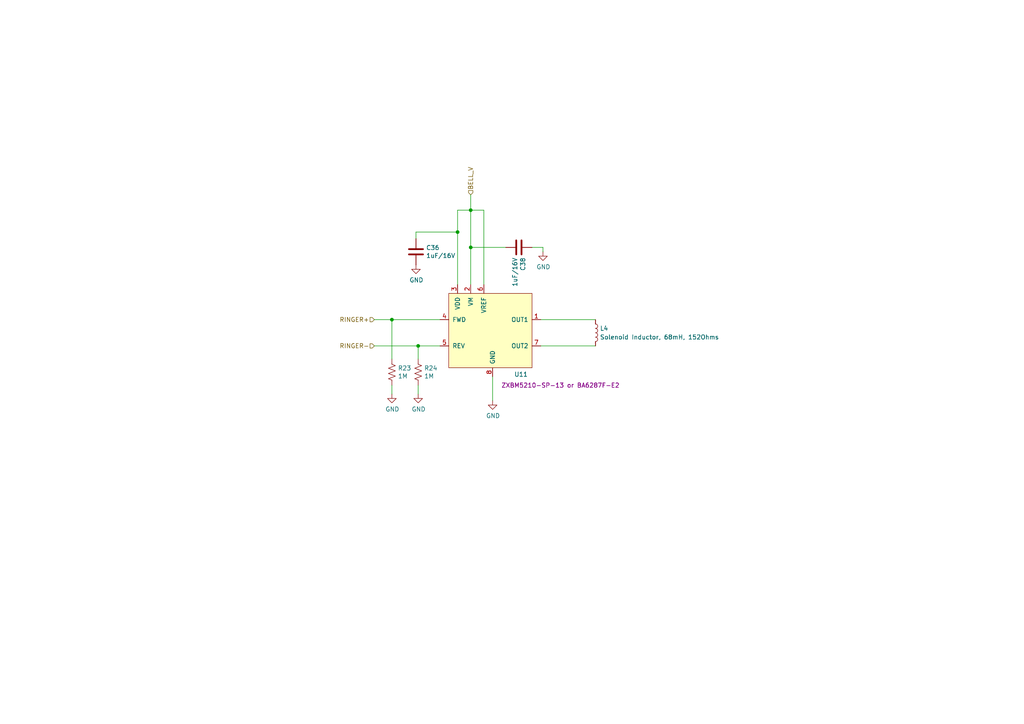
<source format=kicad_sch>
(kicad_sch (version 20211123) (generator eeschema)
  (paper "A4")
  (title_block (title "RCP 4G BELL RINGER"))
  (lib_symbols
    (symbol "Device:C" (pin_numbers hide) (pin_names (offset 0.254))
      (property "Reference" "C" (at 0.635 2.54 0))
      (property "Value" "C" (at 0.635 -2.54 0))
      (symbol "C_0_1"
        (polyline (pts (xy -2.032 -0.762) (xy 2.032 -0.762)) (stroke (width 0.508)))
        (polyline (pts (xy -2.032 0.762) (xy 2.032 0.762)) (stroke (width 0.508)))
      )
      (symbol "C_1_1"
        (pin passive line (at 0 3.81 270) (length 2.794) (name "~") (number "1"))
        (pin passive line (at 0 -3.81 90) (length 2.794) (name "~") (number "2"))
      )
    )
    (symbol "Device:L" (pin_numbers hide) (pin_names (offset 1.016) hide)
      (property "Reference" "L" (at -1.27 0 90))
      (property "Value" "L" (at 1.905 0 90))
      (symbol "L_0_1"
        (arc (start 0 -2.54) (mid 0.635 -1.905) (end 0 -1.27))
        (arc (start 0 -1.27) (mid 0.635 -0.635) (end 0 0))
        (arc (start 0 0) (mid 0.635 0.635) (end 0 1.27))
        (arc (start 0 1.27) (mid 0.635 1.905) (end 0 2.54))
      )
      (symbol "L_1_1"
        (pin passive line (at 0 3.81 270) (length 1.27) (name "1") (number "1"))
        (pin passive line (at 0 -3.81 90) (length 1.27) (name "2") (number "2"))
      )
    )
    (symbol "Device:R_US" (pin_numbers hide) (pin_names (offset 0))
      (property "Reference" "R" (at 2.54 0 90))
      (property "Value" "R_US" (at -2.54 0 90))
      (symbol "R_US_0_1"
        (polyline (pts (xy 0 -2.286) (xy 0 -2.54)))
        (polyline (pts (xy 0 2.286) (xy 0 2.54)))
        (polyline (pts (xy 0 -0.762) (xy 1.016 -1.143) (xy 0 -1.524) (xy -1.016 -1.905) (xy 0 -2.286)))
        (polyline (pts (xy 0 0.762) (xy 1.016 0.381) (xy 0 0) (xy -1.016 -0.381) (xy 0 -0.762)))
        (polyline (pts (xy 0 2.286) (xy 1.016 1.905) (xy 0 1.524) (xy -1.016 1.143) (xy 0 0.762)))
      )
      (symbol "R_US_1_1"
        (pin passive line (at 0 3.81 270) (length 1.27) (name "~") (number "1"))
        (pin passive line (at 0 -3.81 90) (length 1.27) (name "~") (number "2"))
      )
    )
    (symbol "MyLibrary:ZXBM5210-SP-13" (pin_names (offset 1.016))
      (property "Reference" "U" (at -10.16 25.4 0))
      (property "Value" "MyLibrary_ZXBM5210-SP-13" (at 0 0 0))
      (symbol "ZXBM5210-SP-13_0_1"
        (rectangle (start -12.7 11.43) (end 11.43 -10.16) (fill (type background)))
      )
      (symbol "ZXBM5210-SP-13_1_1"
        (pin power_out line (at 13.97 3.81 180) (length 2.54) (name "OUT1") (number "1"))
        (pin power_in line (at -6.35 13.97 270) (length 2.54) (name "VM") (number "2"))
        (pin power_in line (at -10.16 13.97 270) (length 2.54) (name "VDD") (number "3"))
        (pin input line (at -15.24 3.81 0) (length 2.54) (name "FWD") (number "4"))
        (pin input line (at -15.24 -3.81 0) (length 2.54) (name "REV") (number "5"))
        (pin input line (at -2.54 13.97 270) (length 2.54) (name "VREF") (number "6"))
        (pin power_out line (at 13.97 -3.81 180) (length 2.54) (name "OUT2") (number "7"))
        (pin power_in line (at 0 -12.7 90) (length 2.54) (name "GND") (number "8"))
      )
    )
    (symbol "power:GND" (power) (pin_names (offset 0))
      (property "Value" "GND" (at 0 -3.81 0))
      (symbol "GND_0_1"
        (polyline (pts (xy 0 0) (xy 0 -1.27) (xy 1.27 -1.27) (xy 0 -2.54) (xy -1.27 -1.27) (xy 0 -1.27)))
      )
      (symbol "GND_1_1"
        (pin power_in line (at 0 0 270) (length 0) hide (name "GND") (number "1"))
      )
    )
  )
  (junction (at 121.285 100.33))
  (junction (at 136.525 71.755))
  (junction (at 113.665 92.71))
  (junction (at 136.525 60.96))
  (junction (at 132.715 67.31))
  (wire (pts (xy 142.875 109.22) (xy 142.875 116.205)))
  (wire (pts (xy 113.665 114.3) (xy 113.665 111.76)))
  (wire (pts (xy 136.525 60.96) (xy 140.335 60.96)))
  (wire (pts (xy 121.285 104.14) (xy 121.285 100.33)))
  (wire (pts (xy 154.305 71.755) (xy 157.48 71.755)))
  (wire (pts (xy 113.665 92.71) (xy 127.635 92.71)))
  (wire (pts (xy 127.635 100.33) (xy 121.285 100.33)))
  (wire (pts (xy 136.525 71.755) (xy 136.525 82.55)))
  (wire (pts (xy 136.525 60.96) (xy 136.525 56.515)))
  (wire (pts (xy 136.525 71.755) (xy 146.685 71.755)))
  (wire (pts (xy 120.65 67.31) (xy 132.715 67.31)))
  (wire (pts (xy 157.48 71.755) (xy 157.48 73.025)))
  (wire (pts (xy 132.715 60.96) (xy 136.525 60.96)))
  (wire (pts (xy 136.525 60.96) (xy 136.525 71.755)))
  (wire (pts (xy 132.715 82.55) (xy 132.715 67.31)))
  (wire (pts (xy 156.845 100.33) (xy 172.72 100.33)))
  (wire (pts (xy 108.585 92.71) (xy 113.665 92.71)))
  (wire (pts (xy 132.715 67.31) (xy 132.715 60.96)))
  (wire (pts (xy 121.285 114.3) (xy 121.285 111.76)))
  (wire (pts (xy 140.335 60.96) (xy 140.335 82.55)))
  (wire (pts (xy 156.845 92.71) (xy 172.72 92.71)))
  (wire (pts (xy 121.285 100.33) (xy 108.585 100.33)))
  (wire (pts (xy 113.665 104.14) (xy 113.665 92.71)))
  (wire (pts (xy 120.65 67.31) (xy 120.65 69.215)))
  (hierarchical_label "RINGER+" (shape input) (at 108.585 92.71 180))
  (hierarchical_label "BELL_V" (shape input) (at 136.525 56.515 90))
  (hierarchical_label "RINGER-" (shape input) (at 108.585 100.33 180))
  (symbol (lib_id "Device:R_US") (at 121.285 107.95 0) (unit 1)
    (property "Reference" "R24" (at 123.0122 106.7816 0) (effects (justify left)))
    (property "Value" "1M" (at 123.0122 109.093 0) (effects (justify left)))
    (property "Footprint" "Resistor_SMD:R_0603_1608Metric" (effects hide))
  )
  (symbol (lib_id "power:GND") (at 121.285 114.3 0) (unit 1)
    (property "Reference" "#PWR0215" (effects hide))
    (property "Value" "GND" (at 121.412 118.6942 0))
  )
  (symbol (lib_id "MyLibrary:ZXBM5210-SP-13") (at 142.875 96.52 0) (unit 1)
    (property "Reference" "U11" (at 151.13 108.585 0))
    (property "Value" "Driver for Bell Coil" (effects hide))
    (property "Footprint" "MyFootprints:SO-8EP" (effects hide))
    (property "Datasheet" "https://www.diodes.com/assets/Datasheets/ZXBM5210.pdf" (effects hide))
    (property "Mfg. Name" "Diodes Inc." (effects hide))
    (property "Mfg. Part No." "ZXBM5210-SP-13 or BA6287F-E2" (at 162.56 111.76 0))
  )
  (symbol (lib_id "Device:R_US") (at 113.665 107.95 0) (unit 1)
    (property "Reference" "R23" (at 115.3922 106.7816 0) (effects (justify left)))
    (property "Value" "1M" (at 115.3922 109.093 0) (effects (justify left)))
    (property "Footprint" "Resistor_SMD:R_0603_1608Metric" (effects hide))
  )
  (symbol (lib_id "power:GND") (at 113.665 114.3 0) (unit 1)
    (property "Reference" "#PWR0214" (effects hide))
    (property "Value" "GND" (at 113.792 118.6942 0))
  )
  (symbol (lib_id "power:GND") (at 142.875 116.205 0) (unit 1)
    (property "Reference" "#PWR0228" (effects hide))
    (property "Value" "GND" (at 143.002 120.5992 0))
  )
  (symbol (lib_id "Device:C") (at 120.65 73.025 0) (unit 1)
    (property "Reference" "C36" (at 123.571 71.8566 0) (effects (justify left)))
    (property "Value" "1uF/16V" (at 123.571 74.168 0) (effects (justify left)))
    (property "Footprint" "Capacitor_SMD:C_0805_2012Metric" (effects hide))
    (property "Mfg. Name" "Kemet" (effects hide))
    (property "Mfg. Part No." "C0805C105K4RACTU" (effects hide))
  )
  (symbol (lib_id "Device:C") (at 150.495 71.755 270) (unit 1)
    (property "Reference" "C38" (at 151.6634 74.676 0) (effects (justify left)))
    (property "Value" "1uF/16V" (at 149.352 74.676 0) (effects (justify left)))
    (property "Footprint" "Capacitor_SMD:C_0805_2012Metric" (effects hide))
    (property "Mfg. Name" "Kemet" (effects hide))
    (property "Mfg. Part No." "C0805C105K4RACTU" (effects hide))
  )
  (symbol (lib_id "power:GND") (at 120.65 76.835 0) (unit 1)
    (property "Reference" "#PWR0229" (effects hide))
    (property "Value" "GND" (at 120.777 81.2292 0))
  )
  (symbol (lib_id "power:GND") (at 157.48 73.025 0) (unit 1)
    (property "Reference" "#PWR0243" (effects hide))
    (property "Value" "GND" (at 157.607 77.4192 0))
  )
  (symbol (lib_id "Device:L") (at 172.72 96.52 0) (unit 1)
    (property "Reference" "L4" (at 173.99 95.2499 0) (effects (justify left)))
    (property "Value" "Solenoid Inductor, 68mH, 152Ohms" (at 173.99 97.7899 0) (effects (justify left)))
    (property "Footprint" "MyFootprints:BournsInductor_RLB9012-472KL" (effects hide))
    (property "Mfg. Name" "Murata" (effects hide))
    (property "Mfg. Part No." "13R686C" (effects hide))
  )
)
</source>
